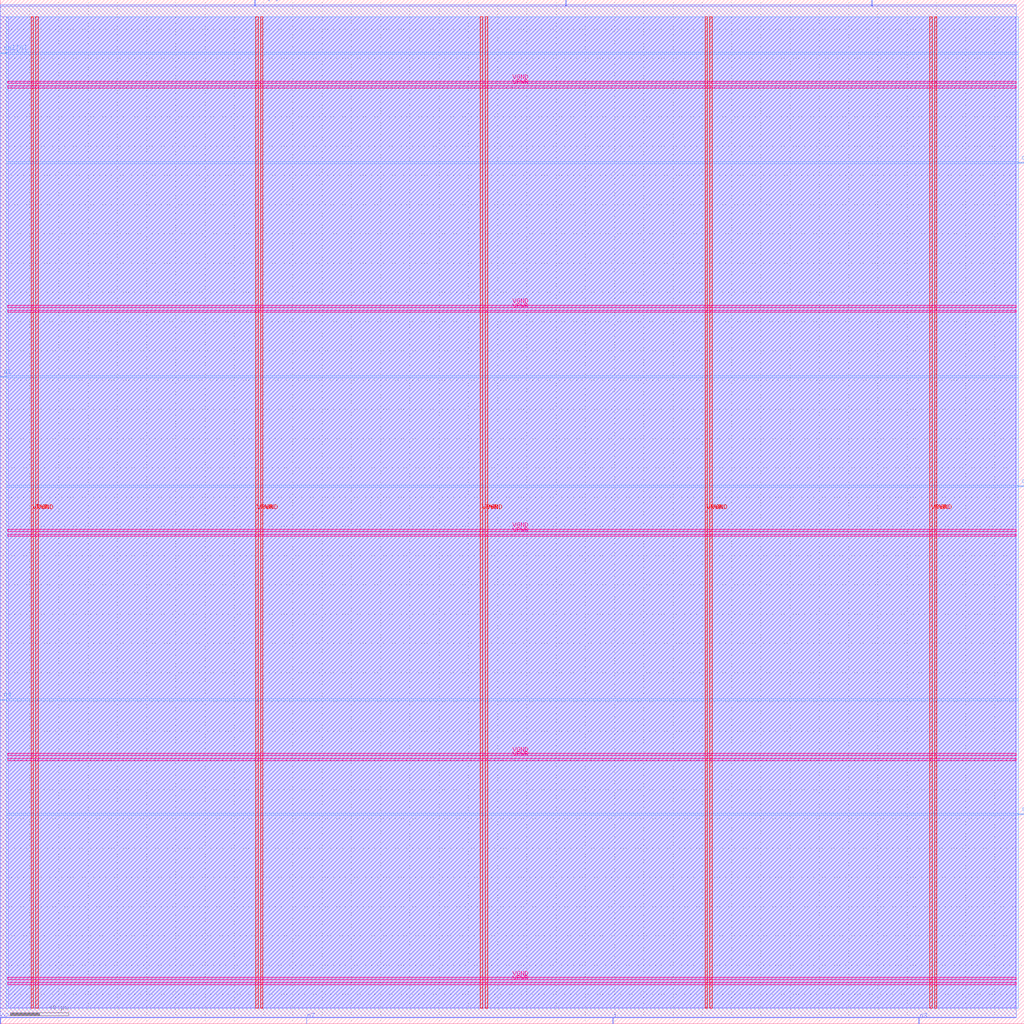
<source format=lef>
VERSION 5.7 ;
  NOWIREEXTENSIONATPIN ON ;
  DIVIDERCHAR "/" ;
  BUSBITCHARS "[]" ;
MACRO demux_1_8
  CLASS BLOCK ;
  FOREIGN demux_1_8 ;
  ORIGIN 0.000 0.000 ;
  SIZE 700.000 BY 700.000 ;
  PIN VGND
    DIRECTION INOUT ;
    USE GROUND ;
    PORT
      LAYER met4 ;
        RECT 24.340 10.640 25.940 688.400 ;
    END
    PORT
      LAYER met4 ;
        RECT 177.940 10.640 179.540 688.400 ;
    END
    PORT
      LAYER met4 ;
        RECT 331.540 10.640 333.140 688.400 ;
    END
    PORT
      LAYER met4 ;
        RECT 485.140 10.640 486.740 688.400 ;
    END
    PORT
      LAYER met4 ;
        RECT 638.740 10.640 640.340 688.400 ;
    END
    PORT
      LAYER met5 ;
        RECT 5.280 30.030 694.380 31.630 ;
    END
    PORT
      LAYER met5 ;
        RECT 5.280 183.210 694.380 184.810 ;
    END
    PORT
      LAYER met5 ;
        RECT 5.280 336.390 694.380 337.990 ;
    END
    PORT
      LAYER met5 ;
        RECT 5.280 489.570 694.380 491.170 ;
    END
    PORT
      LAYER met5 ;
        RECT 5.280 642.750 694.380 644.350 ;
    END
  END VGND
  PIN VPWR
    DIRECTION INOUT ;
    USE POWER ;
    PORT
      LAYER met4 ;
        RECT 21.040 10.640 22.640 688.400 ;
    END
    PORT
      LAYER met4 ;
        RECT 174.640 10.640 176.240 688.400 ;
    END
    PORT
      LAYER met4 ;
        RECT 328.240 10.640 329.840 688.400 ;
    END
    PORT
      LAYER met4 ;
        RECT 481.840 10.640 483.440 688.400 ;
    END
    PORT
      LAYER met4 ;
        RECT 635.440 10.640 637.040 688.400 ;
    END
    PORT
      LAYER met5 ;
        RECT 5.280 26.730 694.380 28.330 ;
    END
    PORT
      LAYER met5 ;
        RECT 5.280 179.910 694.380 181.510 ;
    END
    PORT
      LAYER met5 ;
        RECT 5.280 333.090 694.380 334.690 ;
    END
    PORT
      LAYER met5 ;
        RECT 5.280 486.270 694.380 487.870 ;
    END
    PORT
      LAYER met5 ;
        RECT 5.280 639.450 694.380 641.050 ;
    END
  END VPWR
  PIN clk
    DIRECTION INPUT ;
    USE SIGNAL ;
    ANTENNAGATEAREA 0.852000 ;
    PORT
      LAYER met3 ;
        RECT 696.000 367.240 700.000 367.840 ;
    END
  END clk
  PIN i
    DIRECTION INPUT ;
    USE SIGNAL ;
    ANTENNAGATEAREA 0.990000 ;
    PORT
      LAYER met2 ;
        RECT 418.690 0.000 418.970 4.000 ;
    END
  END i
  PIN o0
    DIRECTION OUTPUT TRISTATE ;
    USE SIGNAL ;
    ANTENNADIFFAREA 0.795200 ;
    PORT
      LAYER met2 ;
        RECT 595.790 696.000 596.070 700.000 ;
    END
  END o0
  PIN o1
    DIRECTION OUTPUT TRISTATE ;
    USE SIGNAL ;
    ANTENNADIFFAREA 0.795200 ;
    PORT
      LAYER met3 ;
        RECT 0.000 442.040 4.000 442.640 ;
    END
  END o1
  PIN o2
    DIRECTION OUTPUT TRISTATE ;
    USE SIGNAL ;
    ANTENNADIFFAREA 0.795200 ;
    PORT
      LAYER met2 ;
        RECT 0.090 0.000 0.370 4.000 ;
    END
  END o2
  PIN o3
    DIRECTION OUTPUT TRISTATE ;
    USE SIGNAL ;
    ANTENNADIFFAREA 0.795200 ;
    PORT
      LAYER met2 ;
        RECT 627.990 0.000 628.270 4.000 ;
    END
  END o3
  PIN o4
    DIRECTION OUTPUT TRISTATE ;
    USE SIGNAL ;
    ANTENNADIFFAREA 0.795200 ;
    PORT
      LAYER met3 ;
        RECT 0.000 221.040 4.000 221.640 ;
    END
  END o4
  PIN o5
    DIRECTION OUTPUT TRISTATE ;
    USE SIGNAL ;
    ANTENNADIFFAREA 0.795200 ;
    PORT
      LAYER met2 ;
        RECT 386.490 696.000 386.770 700.000 ;
    END
  END o5
  PIN o6
    DIRECTION OUTPUT TRISTATE ;
    USE SIGNAL ;
    ANTENNADIFFAREA 0.445500 ;
    PORT
      LAYER met3 ;
        RECT 696.000 588.240 700.000 588.840 ;
    END
  END o6
  PIN o7
    DIRECTION OUTPUT TRISTATE ;
    USE SIGNAL ;
    ANTENNADIFFAREA 0.795200 ;
    PORT
      LAYER met2 ;
        RECT 209.390 0.000 209.670 4.000 ;
    END
  END o7
  PIN sel[0]
    DIRECTION INPUT ;
    USE SIGNAL ;
    ANTENNAGATEAREA 0.990000 ;
    PORT
      LAYER met3 ;
        RECT 0.000 663.040 4.000 663.640 ;
    END
  END sel[0]
  PIN sel[1]
    DIRECTION INPUT ;
    USE SIGNAL ;
    ANTENNAGATEAREA 0.990000 ;
    PORT
      LAYER met2 ;
        RECT 173.970 696.000 174.250 700.000 ;
    END
  END sel[1]
  PIN sel[2]
    DIRECTION INPUT ;
    USE SIGNAL ;
    ANTENNAGATEAREA 0.990000 ;
    PORT
      LAYER met3 ;
        RECT 696.000 142.840 700.000 143.440 ;
    END
  END sel[2]
  OBS
      LAYER li1 ;
        RECT 5.520 10.795 694.140 688.245 ;
      LAYER met1 ;
        RECT 0.070 10.640 694.530 688.400 ;
      LAYER met2 ;
        RECT 0.100 695.720 173.690 696.730 ;
        RECT 174.530 695.720 386.210 696.730 ;
        RECT 387.050 695.720 595.510 696.730 ;
        RECT 596.350 695.720 694.510 696.730 ;
        RECT 0.100 4.280 694.510 695.720 ;
        RECT 0.650 4.000 209.110 4.280 ;
        RECT 209.950 4.000 418.410 4.280 ;
        RECT 419.250 4.000 627.710 4.280 ;
        RECT 628.550 4.000 694.510 4.280 ;
      LAYER met3 ;
        RECT 4.000 664.040 696.000 688.325 ;
        RECT 4.400 662.640 696.000 664.040 ;
        RECT 4.000 589.240 696.000 662.640 ;
        RECT 4.000 587.840 695.600 589.240 ;
        RECT 4.000 443.040 696.000 587.840 ;
        RECT 4.400 441.640 696.000 443.040 ;
        RECT 4.000 368.240 696.000 441.640 ;
        RECT 4.000 366.840 695.600 368.240 ;
        RECT 4.000 222.040 696.000 366.840 ;
        RECT 4.400 220.640 696.000 222.040 ;
        RECT 4.000 143.840 696.000 220.640 ;
        RECT 4.000 142.440 695.600 143.840 ;
        RECT 4.000 10.715 696.000 142.440 ;
  END
END demux_1_8
END LIBRARY


</source>
